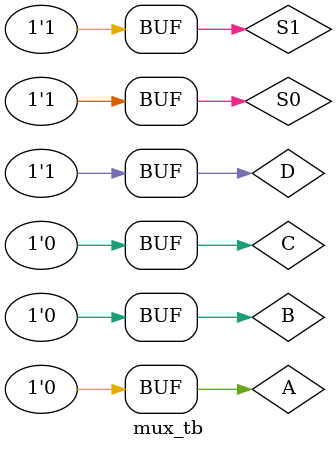
<source format=v>
module mux_tb;
    reg S0,S1,A,B,C,D;
    wire Z;
    mux uut(.S0(S0),.S1(S1),.A(A),.B(B),.C(C),.D(D),.Z(Z));
            initial
            begin
            S1=0;S0=0;A=0;B=1;C=1;D=1;#100;
            S1=0;S0=0;A=1;B=0;C=0;D=0;#100;
            S1=0;S0=1;A=1;B=0;C=1;D=1;#100;
            S1=0;S0=1;A=0;B=1;C=0;D=0;#100;
            S1=1;S0=0;A=1;B=1;C=0;D=1;#100;
            S1=1;S0=0;A=0;B=0;C=1;D=0;#100;
            S1=1;S0=1;A=1;B=1;C=1;D=0;#100;
            S1=1;S0=1;A=0;B=0;C=0;D=1;#100;
            end
endmodule

</source>
